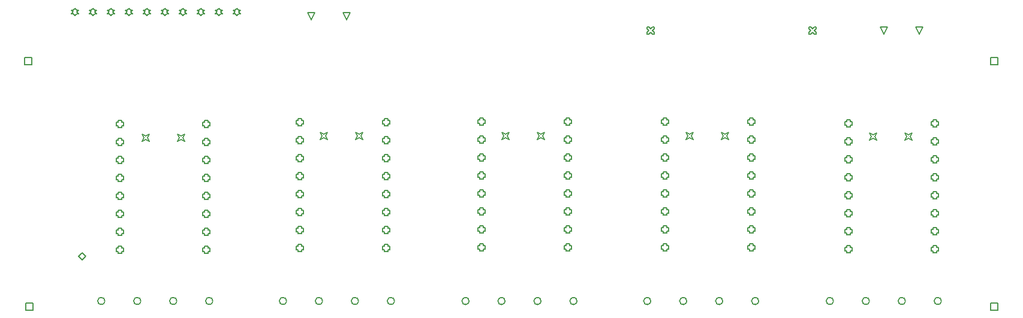
<source format=gbr>
G04 Layer_Color=2752767*
%FSLAX45Y45*%
%MOMM*%
%TF.FileFunction,Drawing*%
%TF.Part,Single*%
G01*
G75*
%TA.AperFunction,NonConductor*%
%ADD63C,0.12700*%
%ADD80C,0.16933*%
D63*
X16891000Y2933700D02*
Y3035300D01*
X16992599D01*
Y2933700D01*
X16891000D01*
Y6400800D02*
Y6502400D01*
X16992599D01*
Y6400800D01*
X16891000D01*
X3251200D02*
Y6502400D01*
X3352800D01*
Y6400800D01*
X3251200D01*
X3263900Y2933700D02*
Y3035300D01*
X3365500D01*
Y2933700D01*
X3263900D01*
X7797800Y7035800D02*
X7747000Y7137400D01*
X7848600D01*
X7797800Y7035800D01*
X7297800D02*
X7247000Y7137400D01*
X7348600D01*
X7297800Y7035800D01*
X3962400Y7099300D02*
X3987800Y7124700D01*
X4013200D01*
X3987800Y7150100D01*
X4013200Y7175500D01*
X3987800D01*
X3962400Y7200900D01*
X3937000Y7175500D01*
X3911600D01*
X3937000Y7150100D01*
X3911600Y7124700D01*
X3937000D01*
X3962400Y7099300D01*
X4216400D02*
X4241800Y7124700D01*
X4267200D01*
X4241800Y7150100D01*
X4267200Y7175500D01*
X4241800D01*
X4216400Y7200900D01*
X4191000Y7175500D01*
X4165600D01*
X4191000Y7150100D01*
X4165600Y7124700D01*
X4191000D01*
X4216400Y7099300D01*
X4724400D02*
X4749800Y7124700D01*
X4775200D01*
X4749800Y7150100D01*
X4775200Y7175500D01*
X4749800D01*
X4724400Y7200900D01*
X4699000Y7175500D01*
X4673600D01*
X4699000Y7150100D01*
X4673600Y7124700D01*
X4699000D01*
X4724400Y7099300D01*
X4978400D02*
X5003800Y7124700D01*
X5029200D01*
X5003800Y7150100D01*
X5029200Y7175500D01*
X5003800D01*
X4978400Y7200900D01*
X4953000Y7175500D01*
X4927600D01*
X4953000Y7150100D01*
X4927600Y7124700D01*
X4953000D01*
X4978400Y7099300D01*
X5232400D02*
X5257800Y7124700D01*
X5283200D01*
X5257800Y7150100D01*
X5283200Y7175500D01*
X5257800D01*
X5232400Y7200900D01*
X5207000Y7175500D01*
X5181600D01*
X5207000Y7150100D01*
X5181600Y7124700D01*
X5207000D01*
X5232400Y7099300D01*
X5486400D02*
X5511800Y7124700D01*
X5537200D01*
X5511800Y7150100D01*
X5537200Y7175500D01*
X5511800D01*
X5486400Y7200900D01*
X5461000Y7175500D01*
X5435600D01*
X5461000Y7150100D01*
X5435600Y7124700D01*
X5461000D01*
X5486400Y7099300D01*
X5740400D02*
X5765800Y7124700D01*
X5791200D01*
X5765800Y7150100D01*
X5791200Y7175500D01*
X5765800D01*
X5740400Y7200900D01*
X5715000Y7175500D01*
X5689600D01*
X5715000Y7150100D01*
X5689600Y7124700D01*
X5715000D01*
X5740400Y7099300D01*
X5994400D02*
X6019800Y7124700D01*
X6045200D01*
X6019800Y7150100D01*
X6045200Y7175500D01*
X6019800D01*
X5994400Y7200900D01*
X5969000Y7175500D01*
X5943600D01*
X5969000Y7150100D01*
X5943600Y7124700D01*
X5969000D01*
X5994400Y7099300D01*
X6248400D02*
X6273800Y7124700D01*
X6299200D01*
X6273800Y7150100D01*
X6299200Y7175500D01*
X6273800D01*
X6248400Y7200900D01*
X6223000Y7175500D01*
X6197600D01*
X6223000Y7150100D01*
X6197600Y7124700D01*
X6223000D01*
X6248400Y7099300D01*
X4470400D02*
X4495800Y7124700D01*
X4521200D01*
X4495800Y7150100D01*
X4521200Y7175500D01*
X4495800D01*
X4470400Y7200900D01*
X4445000Y7175500D01*
X4419600D01*
X4445000Y7150100D01*
X4419600Y7124700D01*
X4445000D01*
X4470400Y7099300D01*
X15379700Y6832600D02*
X15328900Y6934200D01*
X15430499D01*
X15379700Y6832600D01*
X15879700D02*
X15828900Y6934200D01*
X15930499D01*
X15879700Y6832600D01*
X4906200Y5321301D02*
X4931600Y5372101D01*
X4906200Y5422901D01*
X4957000Y5397501D01*
X5007800Y5422901D01*
X4982400Y5372101D01*
X5007800Y5321301D01*
X4957000Y5346701D01*
X4906200Y5321301D01*
X5406200Y5321299D02*
X5431600Y5372099D01*
X5406200Y5422899D01*
X5457000Y5397499D01*
X5507800Y5422899D01*
X5482400Y5372099D01*
X5507800Y5321299D01*
X5457000Y5346699D01*
X5406200Y5321299D01*
X12268200Y5067300D02*
Y5041900D01*
X12319000D01*
Y5067300D01*
X12344400D01*
Y5118100D01*
X12319000D01*
Y5143500D01*
X12268200D01*
Y5118100D01*
X12242800D01*
Y5067300D01*
X12268200D01*
Y5321300D02*
Y5295900D01*
X12319000D01*
Y5321300D01*
X12344400D01*
Y5372100D01*
X12319000D01*
Y5397500D01*
X12268200D01*
Y5372100D01*
X12242800D01*
Y5321300D01*
X12268200D01*
Y5575300D02*
Y5549900D01*
X12319000D01*
Y5575300D01*
X12344400D01*
Y5626100D01*
X12319000D01*
Y5651500D01*
X12268200D01*
Y5626100D01*
X12242800D01*
Y5575300D01*
X12268200D01*
Y4559300D02*
Y4533900D01*
X12319000D01*
Y4559300D01*
X12344400D01*
Y4610100D01*
X12319000D01*
Y4635500D01*
X12268200D01*
Y4610100D01*
X12242800D01*
Y4559300D01*
X12268200D01*
Y4051300D02*
Y4025900D01*
X12319000D01*
Y4051300D01*
X12344400D01*
Y4102100D01*
X12319000D01*
Y4127500D01*
X12268200D01*
Y4102100D01*
X12242800D01*
Y4051300D01*
X12268200D01*
Y4813300D02*
Y4787900D01*
X12319000D01*
Y4813300D01*
X12344400D01*
Y4864100D01*
X12319000D01*
Y4889500D01*
X12268200D01*
Y4864100D01*
X12242800D01*
Y4813300D01*
X12268200D01*
Y4305300D02*
Y4279900D01*
X12319000D01*
Y4305300D01*
X12344400D01*
Y4356100D01*
X12319000D01*
Y4381500D01*
X12268200D01*
Y4356100D01*
X12242800D01*
Y4305300D01*
X12268200D01*
Y3797300D02*
Y3771900D01*
X12319000D01*
Y3797300D01*
X12344400D01*
Y3848100D01*
X12319000D01*
Y3873500D01*
X12268200D01*
Y3848100D01*
X12242800D01*
Y3797300D01*
X12268200D01*
X13487399D02*
Y3771900D01*
X13538200D01*
Y3797300D01*
X13563600D01*
Y3848100D01*
X13538200D01*
Y3873500D01*
X13487399D01*
Y3848100D01*
X13462000D01*
Y3797300D01*
X13487399D01*
Y4305300D02*
Y4279900D01*
X13538200D01*
Y4305300D01*
X13563600D01*
Y4356100D01*
X13538200D01*
Y4381500D01*
X13487399D01*
Y4356100D01*
X13462000D01*
Y4305300D01*
X13487399D01*
Y4813300D02*
Y4787900D01*
X13538200D01*
Y4813300D01*
X13563600D01*
Y4864100D01*
X13538200D01*
Y4889500D01*
X13487399D01*
Y4864100D01*
X13462000D01*
Y4813300D01*
X13487399D01*
Y4051300D02*
Y4025900D01*
X13538200D01*
Y4051300D01*
X13563600D01*
Y4102100D01*
X13538200D01*
Y4127500D01*
X13487399D01*
Y4102100D01*
X13462000D01*
Y4051300D01*
X13487399D01*
Y4559300D02*
Y4533900D01*
X13538200D01*
Y4559300D01*
X13563600D01*
Y4610100D01*
X13538200D01*
Y4635500D01*
X13487399D01*
Y4610100D01*
X13462000D01*
Y4559300D01*
X13487399D01*
Y5575300D02*
Y5549900D01*
X13538200D01*
Y5575300D01*
X13563600D01*
Y5626100D01*
X13538200D01*
Y5651500D01*
X13487399D01*
Y5626100D01*
X13462000D01*
Y5575300D01*
X13487399D01*
Y5321300D02*
Y5295900D01*
X13538200D01*
Y5321300D01*
X13563600D01*
Y5372100D01*
X13538200D01*
Y5397500D01*
X13487399D01*
Y5372100D01*
X13462000D01*
Y5321300D01*
X13487399D01*
Y5067300D02*
Y5041900D01*
X13538200D01*
Y5067300D01*
X13563600D01*
Y5118100D01*
X13538200D01*
Y5143500D01*
X13487399D01*
Y5118100D01*
X13462000D01*
Y5067300D01*
X13487399D01*
X7112000Y5054600D02*
Y5029200D01*
X7162800D01*
Y5054600D01*
X7188200D01*
Y5105400D01*
X7162800D01*
Y5130800D01*
X7112000D01*
Y5105400D01*
X7086600D01*
Y5054600D01*
X7112000D01*
Y5308600D02*
Y5283200D01*
X7162800D01*
Y5308600D01*
X7188200D01*
Y5359400D01*
X7162800D01*
Y5384800D01*
X7112000D01*
Y5359400D01*
X7086600D01*
Y5308600D01*
X7112000D01*
Y5562600D02*
Y5537200D01*
X7162800D01*
Y5562600D01*
X7188200D01*
Y5613400D01*
X7162800D01*
Y5638800D01*
X7112000D01*
Y5613400D01*
X7086600D01*
Y5562600D01*
X7112000D01*
Y4546600D02*
Y4521200D01*
X7162800D01*
Y4546600D01*
X7188200D01*
Y4597400D01*
X7162800D01*
Y4622800D01*
X7112000D01*
Y4597400D01*
X7086600D01*
Y4546600D01*
X7112000D01*
Y4038600D02*
Y4013200D01*
X7162800D01*
Y4038600D01*
X7188200D01*
Y4089400D01*
X7162800D01*
Y4114800D01*
X7112000D01*
Y4089400D01*
X7086600D01*
Y4038600D01*
X7112000D01*
Y4800600D02*
Y4775200D01*
X7162800D01*
Y4800600D01*
X7188200D01*
Y4851400D01*
X7162800D01*
Y4876800D01*
X7112000D01*
Y4851400D01*
X7086600D01*
Y4800600D01*
X7112000D01*
Y4292600D02*
Y4267200D01*
X7162800D01*
Y4292600D01*
X7188200D01*
Y4343400D01*
X7162800D01*
Y4368800D01*
X7112000D01*
Y4343400D01*
X7086600D01*
Y4292600D01*
X7112000D01*
Y3784600D02*
Y3759200D01*
X7162800D01*
Y3784600D01*
X7188200D01*
Y3835400D01*
X7162800D01*
Y3860800D01*
X7112000D01*
Y3835400D01*
X7086600D01*
Y3784600D01*
X7112000D01*
X8331200D02*
Y3759200D01*
X8382000D01*
Y3784600D01*
X8407400D01*
Y3835400D01*
X8382000D01*
Y3860800D01*
X8331200D01*
Y3835400D01*
X8305800D01*
Y3784600D01*
X8331200D01*
Y4292600D02*
Y4267200D01*
X8382000D01*
Y4292600D01*
X8407400D01*
Y4343400D01*
X8382000D01*
Y4368800D01*
X8331200D01*
Y4343400D01*
X8305800D01*
Y4292600D01*
X8331200D01*
Y4800600D02*
Y4775200D01*
X8382000D01*
Y4800600D01*
X8407400D01*
Y4851400D01*
X8382000D01*
Y4876800D01*
X8331200D01*
Y4851400D01*
X8305800D01*
Y4800600D01*
X8331200D01*
Y4038600D02*
Y4013200D01*
X8382000D01*
Y4038600D01*
X8407400D01*
Y4089400D01*
X8382000D01*
Y4114800D01*
X8331200D01*
Y4089400D01*
X8305800D01*
Y4038600D01*
X8331200D01*
Y4546600D02*
Y4521200D01*
X8382000D01*
Y4546600D01*
X8407400D01*
Y4597400D01*
X8382000D01*
Y4622800D01*
X8331200D01*
Y4597400D01*
X8305800D01*
Y4546600D01*
X8331200D01*
Y5562600D02*
Y5537200D01*
X8382000D01*
Y5562600D01*
X8407400D01*
Y5613400D01*
X8382000D01*
Y5638800D01*
X8331200D01*
Y5613400D01*
X8305800D01*
Y5562600D01*
X8331200D01*
Y5308600D02*
Y5283200D01*
X8382000D01*
Y5308600D01*
X8407400D01*
Y5359400D01*
X8382000D01*
Y5384800D01*
X8331200D01*
Y5359400D01*
X8305800D01*
Y5308600D01*
X8331200D01*
Y5054600D02*
Y5029200D01*
X8382000D01*
Y5054600D01*
X8407400D01*
Y5105400D01*
X8382000D01*
Y5130800D01*
X8331200D01*
Y5105400D01*
X8305800D01*
Y5054600D01*
X8331200D01*
X9677400Y5067300D02*
Y5041900D01*
X9728200D01*
Y5067300D01*
X9753600D01*
Y5118100D01*
X9728200D01*
Y5143500D01*
X9677400D01*
Y5118100D01*
X9652000D01*
Y5067300D01*
X9677400D01*
Y5321300D02*
Y5295900D01*
X9728200D01*
Y5321300D01*
X9753600D01*
Y5372100D01*
X9728200D01*
Y5397500D01*
X9677400D01*
Y5372100D01*
X9652000D01*
Y5321300D01*
X9677400D01*
Y5575300D02*
Y5549900D01*
X9728200D01*
Y5575300D01*
X9753600D01*
Y5626100D01*
X9728200D01*
Y5651500D01*
X9677400D01*
Y5626100D01*
X9652000D01*
Y5575300D01*
X9677400D01*
Y4559300D02*
Y4533900D01*
X9728200D01*
Y4559300D01*
X9753600D01*
Y4610100D01*
X9728200D01*
Y4635500D01*
X9677400D01*
Y4610100D01*
X9652000D01*
Y4559300D01*
X9677400D01*
Y4051300D02*
Y4025900D01*
X9728200D01*
Y4051300D01*
X9753600D01*
Y4102100D01*
X9728200D01*
Y4127500D01*
X9677400D01*
Y4102100D01*
X9652000D01*
Y4051300D01*
X9677400D01*
Y4813300D02*
Y4787900D01*
X9728200D01*
Y4813300D01*
X9753600D01*
Y4864100D01*
X9728200D01*
Y4889500D01*
X9677400D01*
Y4864100D01*
X9652000D01*
Y4813300D01*
X9677400D01*
Y4305300D02*
Y4279900D01*
X9728200D01*
Y4305300D01*
X9753600D01*
Y4356100D01*
X9728200D01*
Y4381500D01*
X9677400D01*
Y4356100D01*
X9652000D01*
Y4305300D01*
X9677400D01*
Y3797300D02*
Y3771900D01*
X9728200D01*
Y3797300D01*
X9753600D01*
Y3848100D01*
X9728200D01*
Y3873500D01*
X9677400D01*
Y3848100D01*
X9652000D01*
Y3797300D01*
X9677400D01*
X10896600D02*
Y3771900D01*
X10947400D01*
Y3797300D01*
X10972800D01*
Y3848100D01*
X10947400D01*
Y3873500D01*
X10896600D01*
Y3848100D01*
X10871200D01*
Y3797300D01*
X10896600D01*
Y4305300D02*
Y4279900D01*
X10947400D01*
Y4305300D01*
X10972800D01*
Y4356100D01*
X10947400D01*
Y4381500D01*
X10896600D01*
Y4356100D01*
X10871200D01*
Y4305300D01*
X10896600D01*
Y4813300D02*
Y4787900D01*
X10947400D01*
Y4813300D01*
X10972800D01*
Y4864100D01*
X10947400D01*
Y4889500D01*
X10896600D01*
Y4864100D01*
X10871200D01*
Y4813300D01*
X10896600D01*
Y4051300D02*
Y4025900D01*
X10947400D01*
Y4051300D01*
X10972800D01*
Y4102100D01*
X10947400D01*
Y4127500D01*
X10896600D01*
Y4102100D01*
X10871200D01*
Y4051300D01*
X10896600D01*
Y4559300D02*
Y4533900D01*
X10947400D01*
Y4559300D01*
X10972800D01*
Y4610100D01*
X10947400D01*
Y4635500D01*
X10896600D01*
Y4610100D01*
X10871200D01*
Y4559300D01*
X10896600D01*
Y5575300D02*
Y5549900D01*
X10947400D01*
Y5575300D01*
X10972800D01*
Y5626100D01*
X10947400D01*
Y5651500D01*
X10896600D01*
Y5626100D01*
X10871200D01*
Y5575300D01*
X10896600D01*
Y5321300D02*
Y5295900D01*
X10947400D01*
Y5321300D01*
X10972800D01*
Y5372100D01*
X10947400D01*
Y5397500D01*
X10896600D01*
Y5372100D01*
X10871200D01*
Y5321300D01*
X10896600D01*
Y5067300D02*
Y5041900D01*
X10947400D01*
Y5067300D01*
X10972800D01*
Y5118100D01*
X10947400D01*
Y5143500D01*
X10896600D01*
Y5118100D01*
X10871200D01*
Y5067300D01*
X10896600D01*
X14859000Y5041900D02*
Y5016500D01*
X14909801D01*
Y5041900D01*
X14935201D01*
Y5092700D01*
X14909801D01*
Y5118100D01*
X14859000D01*
Y5092700D01*
X14833600D01*
Y5041900D01*
X14859000D01*
Y5295900D02*
Y5270500D01*
X14909801D01*
Y5295900D01*
X14935201D01*
Y5346700D01*
X14909801D01*
Y5372100D01*
X14859000D01*
Y5346700D01*
X14833600D01*
Y5295900D01*
X14859000D01*
Y5549900D02*
Y5524500D01*
X14909801D01*
Y5549900D01*
X14935201D01*
Y5600700D01*
X14909801D01*
Y5626100D01*
X14859000D01*
Y5600700D01*
X14833600D01*
Y5549900D01*
X14859000D01*
Y4533900D02*
Y4508500D01*
X14909801D01*
Y4533900D01*
X14935201D01*
Y4584700D01*
X14909801D01*
Y4610100D01*
X14859000D01*
Y4584700D01*
X14833600D01*
Y4533900D01*
X14859000D01*
Y4025900D02*
Y4000500D01*
X14909801D01*
Y4025900D01*
X14935201D01*
Y4076700D01*
X14909801D01*
Y4102100D01*
X14859000D01*
Y4076700D01*
X14833600D01*
Y4025900D01*
X14859000D01*
Y4787900D02*
Y4762500D01*
X14909801D01*
Y4787900D01*
X14935201D01*
Y4838700D01*
X14909801D01*
Y4864100D01*
X14859000D01*
Y4838700D01*
X14833600D01*
Y4787900D01*
X14859000D01*
Y4279900D02*
Y4254500D01*
X14909801D01*
Y4279900D01*
X14935201D01*
Y4330700D01*
X14909801D01*
Y4356100D01*
X14859000D01*
Y4330700D01*
X14833600D01*
Y4279900D01*
X14859000D01*
Y3771900D02*
Y3746500D01*
X14909801D01*
Y3771900D01*
X14935201D01*
Y3822700D01*
X14909801D01*
Y3848100D01*
X14859000D01*
Y3822700D01*
X14833600D01*
Y3771900D01*
X14859000D01*
X16078200D02*
Y3746500D01*
X16128999D01*
Y3771900D01*
X16154401D01*
Y3822700D01*
X16128999D01*
Y3848100D01*
X16078200D01*
Y3822700D01*
X16052800D01*
Y3771900D01*
X16078200D01*
Y4279900D02*
Y4254500D01*
X16128999D01*
Y4279900D01*
X16154401D01*
Y4330700D01*
X16128999D01*
Y4356100D01*
X16078200D01*
Y4330700D01*
X16052800D01*
Y4279900D01*
X16078200D01*
Y4787900D02*
Y4762500D01*
X16128999D01*
Y4787900D01*
X16154401D01*
Y4838700D01*
X16128999D01*
Y4864100D01*
X16078200D01*
Y4838700D01*
X16052800D01*
Y4787900D01*
X16078200D01*
Y4025900D02*
Y4000500D01*
X16128999D01*
Y4025900D01*
X16154401D01*
Y4076700D01*
X16128999D01*
Y4102100D01*
X16078200D01*
Y4076700D01*
X16052800D01*
Y4025900D01*
X16078200D01*
Y4533900D02*
Y4508500D01*
X16128999D01*
Y4533900D01*
X16154401D01*
Y4584700D01*
X16128999D01*
Y4610100D01*
X16078200D01*
Y4584700D01*
X16052800D01*
Y4533900D01*
X16078200D01*
Y5549900D02*
Y5524500D01*
X16128999D01*
Y5549900D01*
X16154401D01*
Y5600700D01*
X16128999D01*
Y5626100D01*
X16078200D01*
Y5600700D01*
X16052800D01*
Y5549900D01*
X16078200D01*
Y5295900D02*
Y5270500D01*
X16128999D01*
Y5295900D01*
X16154401D01*
Y5346700D01*
X16128999D01*
Y5372100D01*
X16078200D01*
Y5346700D01*
X16052800D01*
Y5295900D01*
X16078200D01*
Y5041900D02*
Y5016500D01*
X16128999D01*
Y5041900D01*
X16154401D01*
Y5092700D01*
X16128999D01*
Y5118100D01*
X16078200D01*
Y5092700D01*
X16052800D01*
Y5041900D01*
X16078200D01*
X4572000Y5029200D02*
Y5003800D01*
X4622800D01*
Y5029200D01*
X4648200D01*
Y5080000D01*
X4622800D01*
Y5105400D01*
X4572000D01*
Y5080000D01*
X4546600D01*
Y5029200D01*
X4572000D01*
Y5283200D02*
Y5257800D01*
X4622800D01*
Y5283200D01*
X4648200D01*
Y5334000D01*
X4622800D01*
Y5359400D01*
X4572000D01*
Y5334000D01*
X4546600D01*
Y5283200D01*
X4572000D01*
Y5537200D02*
Y5511800D01*
X4622800D01*
Y5537200D01*
X4648200D01*
Y5588000D01*
X4622800D01*
Y5613400D01*
X4572000D01*
Y5588000D01*
X4546600D01*
Y5537200D01*
X4572000D01*
Y4521200D02*
Y4495800D01*
X4622800D01*
Y4521200D01*
X4648200D01*
Y4572000D01*
X4622800D01*
Y4597400D01*
X4572000D01*
Y4572000D01*
X4546600D01*
Y4521200D01*
X4572000D01*
Y4013200D02*
Y3987800D01*
X4622800D01*
Y4013200D01*
X4648200D01*
Y4064000D01*
X4622800D01*
Y4089400D01*
X4572000D01*
Y4064000D01*
X4546600D01*
Y4013200D01*
X4572000D01*
Y4775200D02*
Y4749800D01*
X4622800D01*
Y4775200D01*
X4648200D01*
Y4826000D01*
X4622800D01*
Y4851400D01*
X4572000D01*
Y4826000D01*
X4546600D01*
Y4775200D01*
X4572000D01*
Y4267200D02*
Y4241800D01*
X4622800D01*
Y4267200D01*
X4648200D01*
Y4318000D01*
X4622800D01*
Y4343400D01*
X4572000D01*
Y4318000D01*
X4546600D01*
Y4267200D01*
X4572000D01*
Y3759200D02*
Y3733800D01*
X4622800D01*
Y3759200D01*
X4648200D01*
Y3810000D01*
X4622800D01*
Y3835400D01*
X4572000D01*
Y3810000D01*
X4546600D01*
Y3759200D01*
X4572000D01*
X5791200D02*
Y3733800D01*
X5842000D01*
Y3759200D01*
X5867400D01*
Y3810000D01*
X5842000D01*
Y3835400D01*
X5791200D01*
Y3810000D01*
X5765800D01*
Y3759200D01*
X5791200D01*
Y4267200D02*
Y4241800D01*
X5842000D01*
Y4267200D01*
X5867400D01*
Y4318000D01*
X5842000D01*
Y4343400D01*
X5791200D01*
Y4318000D01*
X5765800D01*
Y4267200D01*
X5791200D01*
Y4775200D02*
Y4749800D01*
X5842000D01*
Y4775200D01*
X5867400D01*
Y4826000D01*
X5842000D01*
Y4851400D01*
X5791200D01*
Y4826000D01*
X5765800D01*
Y4775200D01*
X5791200D01*
Y4013200D02*
Y3987800D01*
X5842000D01*
Y4013200D01*
X5867400D01*
Y4064000D01*
X5842000D01*
Y4089400D01*
X5791200D01*
Y4064000D01*
X5765800D01*
Y4013200D01*
X5791200D01*
Y4521200D02*
Y4495800D01*
X5842000D01*
Y4521200D01*
X5867400D01*
Y4572000D01*
X5842000D01*
Y4597400D01*
X5791200D01*
Y4572000D01*
X5765800D01*
Y4521200D01*
X5791200D01*
Y5537200D02*
Y5511800D01*
X5842000D01*
Y5537200D01*
X5867400D01*
Y5588000D01*
X5842000D01*
Y5613400D01*
X5791200D01*
Y5588000D01*
X5765800D01*
Y5537200D01*
X5791200D01*
Y5283200D02*
Y5257800D01*
X5842000D01*
Y5283200D01*
X5867400D01*
Y5334000D01*
X5842000D01*
Y5359400D01*
X5791200D01*
Y5334000D01*
X5765800D01*
Y5283200D01*
X5791200D01*
Y5029200D02*
Y5003800D01*
X5842000D01*
Y5029200D01*
X5867400D01*
Y5080000D01*
X5842000D01*
Y5105400D01*
X5791200D01*
Y5080000D01*
X5765800D01*
Y5029200D01*
X5791200D01*
X15180499Y5334001D02*
X15205901Y5384801D01*
X15180499Y5435601D01*
X15231300Y5410201D01*
X15282100Y5435601D01*
X15256700Y5384801D01*
X15282100Y5334001D01*
X15231300Y5359401D01*
X15180499Y5334001D01*
X15680499Y5333999D02*
X15705901Y5384799D01*
X15680499Y5435599D01*
X15731300Y5410199D01*
X15782100Y5435599D01*
X15756700Y5384799D01*
X15782100Y5333999D01*
X15731300Y5359399D01*
X15680499Y5333999D01*
X7424800Y5346701D02*
X7450200Y5397501D01*
X7424800Y5448301D01*
X7475600Y5422901D01*
X7526400Y5448301D01*
X7501000Y5397501D01*
X7526400Y5346701D01*
X7475600Y5372101D01*
X7424800Y5346701D01*
X7924800Y5346700D02*
X7950200Y5397500D01*
X7924800Y5448300D01*
X7975600Y5422900D01*
X8026400Y5448300D01*
X8001000Y5397500D01*
X8026400Y5346700D01*
X7975600Y5372100D01*
X7924800Y5346700D01*
X9990200Y5346701D02*
X10015600Y5397501D01*
X9990200Y5448301D01*
X10041000Y5422901D01*
X10091800Y5448301D01*
X10066400Y5397501D01*
X10091800Y5346701D01*
X10041000Y5372101D01*
X9990200Y5346701D01*
X10490200Y5346700D02*
X10515600Y5397500D01*
X10490200Y5448300D01*
X10541000Y5422900D01*
X10591800Y5448300D01*
X10566400Y5397500D01*
X10591800Y5346700D01*
X10541000Y5372100D01*
X10490200Y5346700D01*
X12589700Y5346701D02*
X12615100Y5397501D01*
X12589700Y5448301D01*
X12640500Y5422901D01*
X12691300Y5448301D01*
X12665900Y5397501D01*
X12691300Y5346701D01*
X12640500Y5372101D01*
X12589700Y5346701D01*
X13089700Y5346699D02*
X13115100Y5397499D01*
X13089700Y5448299D01*
X13140500Y5422899D01*
X13191299Y5448299D01*
X13165900Y5397499D01*
X13191299Y5346699D01*
X13140500Y5372099D01*
X13089700Y5346699D01*
X12035600Y6832600D02*
X12061000D01*
X12086400Y6858000D01*
X12111800Y6832600D01*
X12137200D01*
Y6858000D01*
X12111800Y6883400D01*
X12137200Y6908800D01*
Y6934200D01*
X12111800D01*
X12086400Y6908800D01*
X12061000Y6934200D01*
X12035600D01*
Y6908800D01*
X12061000Y6883400D01*
X12035600Y6858000D01*
Y6832600D01*
X14325600D02*
X14350999D01*
X14376401Y6858000D01*
X14401801Y6832600D01*
X14427200D01*
Y6858000D01*
X14401801Y6883400D01*
X14427200Y6908800D01*
Y6934200D01*
X14401801D01*
X14376401Y6908800D01*
X14350999Y6934200D01*
X14325600D01*
Y6908800D01*
X14350999Y6883400D01*
X14325600Y6858000D01*
Y6832600D01*
X4013200Y3695700D02*
X4064000Y3746500D01*
X4114800Y3695700D01*
X4064000Y3644900D01*
X4013200Y3695700D01*
D80*
X4381500Y3060700D02*
G03*
X4381500Y3060700I-50800J0D01*
G01*
X4889500D02*
G03*
X4889500Y3060700I-50800J0D01*
G01*
X5397500D02*
G03*
X5397500Y3060700I-50800J0D01*
G01*
X5905500D02*
G03*
X5905500Y3060700I-50800J0D01*
G01*
X6946900D02*
G03*
X6946900Y3060700I-50800J0D01*
G01*
X7454900D02*
G03*
X7454900Y3060700I-50800J0D01*
G01*
X7962900D02*
G03*
X7962900Y3060700I-50800J0D01*
G01*
X8470900D02*
G03*
X8470900Y3060700I-50800J0D01*
G01*
X9525000D02*
G03*
X9525000Y3060700I-50800J0D01*
G01*
X10033000D02*
G03*
X10033000Y3060700I-50800J0D01*
G01*
X10541000D02*
G03*
X10541000Y3060700I-50800J0D01*
G01*
X11049000D02*
G03*
X11049000Y3060700I-50800J0D01*
G01*
X12090400D02*
G03*
X12090400Y3060700I-50800J0D01*
G01*
X12598400D02*
G03*
X12598400Y3060700I-50800J0D01*
G01*
X13106400D02*
G03*
X13106400Y3060700I-50800J0D01*
G01*
X13614400D02*
G03*
X13614400Y3060700I-50800J0D01*
G01*
X14668500D02*
G03*
X14668500Y3060700I-50800J0D01*
G01*
X15176500D02*
G03*
X15176500Y3060700I-50800J0D01*
G01*
X15684500D02*
G03*
X15684500Y3060700I-50800J0D01*
G01*
X16192500D02*
G03*
X16192500Y3060700I-50800J0D01*
G01*
%TF.MD5,cad297401ece19aad9efe40475e30553*%
M02*

</source>
